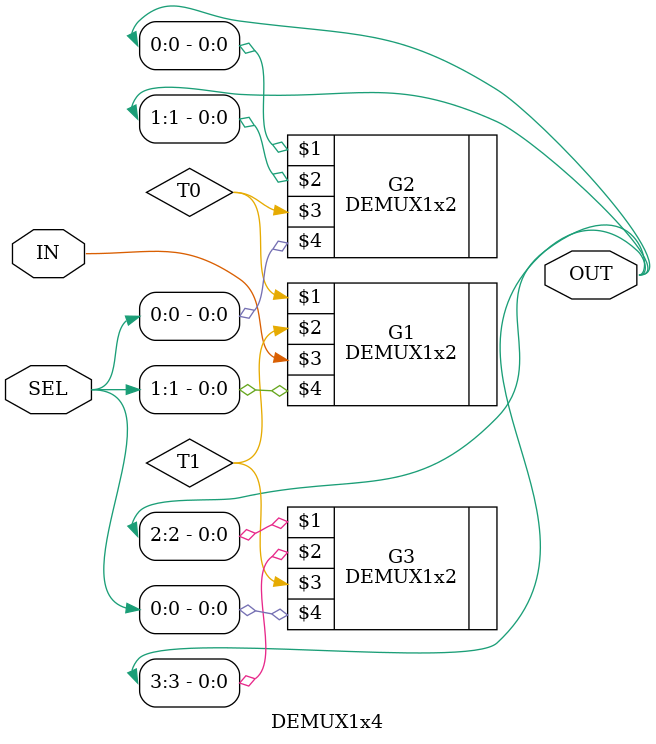
<source format=v>
module DEMUX1x4(OUT, IN, SEL);
    output [3:0]OUT;
    input [1:0]SEL;
    input IN;
    wire T0, T1;
    
    DEMUX1x2 G1(T0, T1, IN, SEL[1]);
    DEMUX1x2 G2(OUT[0], OUT[1], T0, SEL[0]);
    DEMUX1x2 G3(OUT[2], OUT[3], T1, SEL[0]);

endmodule


</source>
